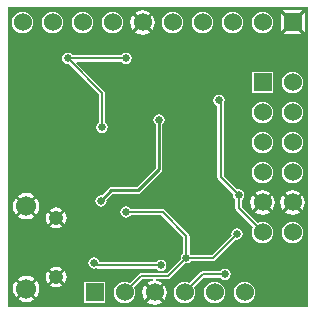
<source format=gbl>
G04*
G04 #@! TF.GenerationSoftware,Altium Limited,Altium Designer,20.1.10 (176)*
G04*
G04 Layer_Physical_Order=2*
G04 Layer_Color=16711680*
%FSLAX25Y25*%
%MOIN*%
G70*
G04*
G04 #@! TF.SameCoordinates,6E20D0A3-D42C-41D8-968C-EC961EFE1350*
G04*
G04*
G04 #@! TF.FilePolarity,Positive*
G04*
G01*
G75*
%ADD14C,0.00800*%
%ADD16C,0.01000*%
%ADD48C,0.06000*%
%ADD49R,0.06000X0.06000*%
%ADD50C,0.06693*%
%ADD51C,0.04921*%
%ADD52R,0.06000X0.06000*%
%ADD53C,0.02500*%
G36*
X100000Y0D02*
X0D01*
Y100000D01*
X100000D01*
Y0D01*
D02*
G37*
%LPC*%
G36*
X98293Y99000D02*
X91707D01*
X95000Y95707D01*
X98293Y99000D01*
D02*
G37*
G36*
X45000Y99035D02*
X43956Y98897D01*
X42983Y98494D01*
X42547Y98160D01*
X45000Y95707D01*
X47453Y98160D01*
X47017Y98494D01*
X46044Y98897D01*
X45000Y99035D01*
D02*
G37*
G36*
X41840Y97453D02*
X41506Y97017D01*
X41103Y96044D01*
X40966Y95000D01*
X41103Y93956D01*
X41506Y92983D01*
X41840Y92547D01*
X44293Y95000D01*
X41840Y97453D01*
D02*
G37*
G36*
X48160Y97453D02*
X45707Y95000D01*
X48160Y92547D01*
X48494Y92983D01*
X48897Y93956D01*
X49035Y95000D01*
X48897Y96044D01*
X48494Y97017D01*
X48160Y97453D01*
D02*
G37*
G36*
X91000Y98293D02*
Y91707D01*
X94293Y95000D01*
X91000Y98293D01*
D02*
G37*
G36*
X99000Y98293D02*
X95707Y95000D01*
X99000Y91707D01*
Y98293D01*
D02*
G37*
G36*
X85000Y98631D02*
X84060Y98507D01*
X83184Y98145D01*
X82432Y97568D01*
X81855Y96816D01*
X81493Y95940D01*
X81369Y95000D01*
X81493Y94060D01*
X81855Y93185D01*
X82432Y92432D01*
X83184Y91855D01*
X84060Y91493D01*
X85000Y91369D01*
X85940Y91493D01*
X86816Y91855D01*
X87568Y92432D01*
X88145Y93185D01*
X88507Y94060D01*
X88631Y95000D01*
X88507Y95940D01*
X88145Y96816D01*
X87568Y97568D01*
X86816Y98145D01*
X85940Y98507D01*
X85000Y98631D01*
D02*
G37*
G36*
X75000D02*
X74060Y98507D01*
X73185Y98145D01*
X72432Y97568D01*
X71855Y96816D01*
X71493Y95940D01*
X71369Y95000D01*
X71493Y94060D01*
X71855Y93185D01*
X72432Y92432D01*
X73185Y91855D01*
X74060Y91493D01*
X75000Y91369D01*
X75940Y91493D01*
X76815Y91855D01*
X77568Y92432D01*
X78145Y93185D01*
X78507Y94060D01*
X78631Y95000D01*
X78507Y95940D01*
X78145Y96816D01*
X77568Y97568D01*
X76815Y98145D01*
X75940Y98507D01*
X75000Y98631D01*
D02*
G37*
G36*
X65000D02*
X64060Y98507D01*
X63184Y98145D01*
X62432Y97568D01*
X61855Y96816D01*
X61493Y95940D01*
X61369Y95000D01*
X61493Y94060D01*
X61855Y93185D01*
X62432Y92432D01*
X63184Y91855D01*
X64060Y91493D01*
X65000Y91369D01*
X65940Y91493D01*
X66816Y91855D01*
X67568Y92432D01*
X68145Y93185D01*
X68507Y94060D01*
X68631Y95000D01*
X68507Y95940D01*
X68145Y96816D01*
X67568Y97568D01*
X66816Y98145D01*
X65940Y98507D01*
X65000Y98631D01*
D02*
G37*
G36*
X55000D02*
X54060Y98507D01*
X53184Y98145D01*
X52432Y97568D01*
X51855Y96816D01*
X51493Y95940D01*
X51369Y95000D01*
X51493Y94060D01*
X51855Y93185D01*
X52432Y92432D01*
X53184Y91855D01*
X54060Y91493D01*
X55000Y91369D01*
X55940Y91493D01*
X56815Y91855D01*
X57568Y92432D01*
X58145Y93185D01*
X58507Y94060D01*
X58631Y95000D01*
X58507Y95940D01*
X58145Y96816D01*
X57568Y97568D01*
X56815Y98145D01*
X55940Y98507D01*
X55000Y98631D01*
D02*
G37*
G36*
X35000D02*
X34060Y98507D01*
X33184Y98145D01*
X32432Y97568D01*
X31855Y96816D01*
X31493Y95940D01*
X31369Y95000D01*
X31493Y94060D01*
X31855Y93185D01*
X32432Y92432D01*
X33184Y91855D01*
X34060Y91493D01*
X35000Y91369D01*
X35940Y91493D01*
X36816Y91855D01*
X37567Y92432D01*
X38145Y93185D01*
X38507Y94060D01*
X38631Y95000D01*
X38507Y95940D01*
X38145Y96816D01*
X37567Y97568D01*
X36816Y98145D01*
X35940Y98507D01*
X35000Y98631D01*
D02*
G37*
G36*
X25000D02*
X24060Y98507D01*
X23185Y98145D01*
X22433Y97568D01*
X21855Y96816D01*
X21493Y95940D01*
X21369Y95000D01*
X21493Y94060D01*
X21855Y93185D01*
X22433Y92432D01*
X23185Y91855D01*
X24060Y91493D01*
X25000Y91369D01*
X25940Y91493D01*
X26816Y91855D01*
X27567Y92432D01*
X28145Y93185D01*
X28507Y94060D01*
X28631Y95000D01*
X28507Y95940D01*
X28145Y96816D01*
X27567Y97568D01*
X26816Y98145D01*
X25940Y98507D01*
X25000Y98631D01*
D02*
G37*
G36*
X15000D02*
X14060Y98507D01*
X13184Y98145D01*
X12432Y97568D01*
X11855Y96816D01*
X11493Y95940D01*
X11369Y95000D01*
X11493Y94060D01*
X11855Y93185D01*
X12432Y92432D01*
X13184Y91855D01*
X14060Y91493D01*
X15000Y91369D01*
X15940Y91493D01*
X16815Y91855D01*
X17568Y92432D01*
X18145Y93185D01*
X18507Y94060D01*
X18631Y95000D01*
X18507Y95940D01*
X18145Y96816D01*
X17568Y97568D01*
X16815Y98145D01*
X15940Y98507D01*
X15000Y98631D01*
D02*
G37*
G36*
X5000D02*
X4060Y98507D01*
X3184Y98145D01*
X2433Y97568D01*
X1855Y96816D01*
X1493Y95940D01*
X1369Y95000D01*
X1493Y94060D01*
X1855Y93185D01*
X2433Y92432D01*
X3184Y91855D01*
X4060Y91493D01*
X5000Y91369D01*
X5940Y91493D01*
X6815Y91855D01*
X7568Y92432D01*
X8145Y93185D01*
X8507Y94060D01*
X8631Y95000D01*
X8507Y95940D01*
X8145Y96816D01*
X7568Y97568D01*
X6815Y98145D01*
X5940Y98507D01*
X5000Y98631D01*
D02*
G37*
G36*
X95000Y94293D02*
X91707Y91000D01*
X98293D01*
X95000Y94293D01*
D02*
G37*
G36*
X45000D02*
X42547Y91840D01*
X42983Y91506D01*
X43956Y91103D01*
X45000Y90965D01*
X46044Y91103D01*
X47017Y91506D01*
X47453Y91840D01*
X45000Y94293D01*
D02*
G37*
G36*
X39500Y84886D02*
X38778Y84743D01*
X38166Y84334D01*
X37956Y84020D01*
X21544D01*
X21334Y84334D01*
X20722Y84743D01*
X20000Y84886D01*
X19278Y84743D01*
X18666Y84334D01*
X18257Y83722D01*
X18114Y83000D01*
X18257Y82278D01*
X18666Y81666D01*
X19278Y81257D01*
X20000Y81114D01*
X20371Y81187D01*
X30480Y71078D01*
Y61544D01*
X30166Y61334D01*
X29757Y60722D01*
X29614Y60000D01*
X29757Y59278D01*
X30166Y58666D01*
X30778Y58257D01*
X31500Y58114D01*
X32222Y58257D01*
X32834Y58666D01*
X33243Y59278D01*
X33386Y60000D01*
X33243Y60722D01*
X32834Y61334D01*
X32520Y61544D01*
Y71500D01*
X32442Y71890D01*
X32221Y72221D01*
X22923Y81519D01*
X23115Y81980D01*
X37956D01*
X38166Y81666D01*
X38778Y81257D01*
X39500Y81114D01*
X40222Y81257D01*
X40834Y81666D01*
X41243Y82278D01*
X41386Y83000D01*
X41243Y83722D01*
X40834Y84334D01*
X40222Y84743D01*
X39500Y84886D01*
D02*
G37*
G36*
X88600Y78600D02*
X81400D01*
Y71400D01*
X88600D01*
Y78600D01*
D02*
G37*
G36*
X95000Y78631D02*
X94060Y78507D01*
X93185Y78145D01*
X92432Y77568D01*
X91855Y76815D01*
X91493Y75940D01*
X91369Y75000D01*
X91493Y74060D01*
X91855Y73185D01*
X92432Y72432D01*
X93185Y71855D01*
X94060Y71493D01*
X95000Y71369D01*
X95940Y71493D01*
X96816Y71855D01*
X97568Y72432D01*
X98145Y73185D01*
X98507Y74060D01*
X98631Y75000D01*
X98507Y75940D01*
X98145Y76815D01*
X97568Y77568D01*
X96816Y78145D01*
X95940Y78507D01*
X95000Y78631D01*
D02*
G37*
G36*
Y68631D02*
X94060Y68507D01*
X93185Y68145D01*
X92432Y67568D01*
X91855Y66816D01*
X91493Y65940D01*
X91369Y65000D01*
X91493Y64060D01*
X91855Y63184D01*
X92432Y62432D01*
X93185Y61855D01*
X94060Y61493D01*
X95000Y61369D01*
X95940Y61493D01*
X96816Y61855D01*
X97568Y62432D01*
X98145Y63184D01*
X98507Y64060D01*
X98631Y65000D01*
X98507Y65940D01*
X98145Y66816D01*
X97568Y67568D01*
X96816Y68145D01*
X95940Y68507D01*
X95000Y68631D01*
D02*
G37*
G36*
X85000D02*
X84060Y68507D01*
X83184Y68145D01*
X82432Y67568D01*
X81855Y66816D01*
X81493Y65940D01*
X81369Y65000D01*
X81493Y64060D01*
X81855Y63184D01*
X82432Y62432D01*
X83184Y61855D01*
X84060Y61493D01*
X85000Y61369D01*
X85940Y61493D01*
X86816Y61855D01*
X87568Y62432D01*
X88145Y63184D01*
X88507Y64060D01*
X88631Y65000D01*
X88507Y65940D01*
X88145Y66816D01*
X87568Y67568D01*
X86816Y68145D01*
X85940Y68507D01*
X85000Y68631D01*
D02*
G37*
G36*
X95000Y58631D02*
X94060Y58507D01*
X93185Y58145D01*
X92432Y57568D01*
X91855Y56815D01*
X91493Y55940D01*
X91369Y55000D01*
X91493Y54060D01*
X91855Y53184D01*
X92432Y52432D01*
X93185Y51855D01*
X94060Y51493D01*
X95000Y51369D01*
X95940Y51493D01*
X96816Y51855D01*
X97568Y52432D01*
X98145Y53184D01*
X98507Y54060D01*
X98631Y55000D01*
X98507Y55940D01*
X98145Y56815D01*
X97568Y57568D01*
X96816Y58145D01*
X95940Y58507D01*
X95000Y58631D01*
D02*
G37*
G36*
X85000D02*
X84060Y58507D01*
X83184Y58145D01*
X82432Y57568D01*
X81855Y56815D01*
X81493Y55940D01*
X81369Y55000D01*
X81493Y54060D01*
X81855Y53184D01*
X82432Y52432D01*
X83184Y51855D01*
X84060Y51493D01*
X85000Y51369D01*
X85940Y51493D01*
X86816Y51855D01*
X87568Y52432D01*
X88145Y53184D01*
X88507Y54060D01*
X88631Y55000D01*
X88507Y55940D01*
X88145Y56815D01*
X87568Y57568D01*
X86816Y58145D01*
X85940Y58507D01*
X85000Y58631D01*
D02*
G37*
G36*
X95000Y48631D02*
X94060Y48507D01*
X93185Y48145D01*
X92432Y47567D01*
X91855Y46815D01*
X91493Y45940D01*
X91369Y45000D01*
X91493Y44060D01*
X91855Y43185D01*
X92432Y42432D01*
X93185Y41855D01*
X94060Y41493D01*
X95000Y41369D01*
X95940Y41493D01*
X96816Y41855D01*
X97568Y42432D01*
X98145Y43185D01*
X98507Y44060D01*
X98631Y45000D01*
X98507Y45940D01*
X98145Y46815D01*
X97568Y47567D01*
X96816Y48145D01*
X95940Y48507D01*
X95000Y48631D01*
D02*
G37*
G36*
X85000D02*
X84060Y48507D01*
X83184Y48145D01*
X82432Y47567D01*
X81855Y46815D01*
X81493Y45940D01*
X81369Y45000D01*
X81493Y44060D01*
X81855Y43185D01*
X82432Y42432D01*
X83184Y41855D01*
X84060Y41493D01*
X85000Y41369D01*
X85940Y41493D01*
X86816Y41855D01*
X87568Y42432D01*
X88145Y43185D01*
X88507Y44060D01*
X88631Y45000D01*
X88507Y45940D01*
X88145Y46815D01*
X87568Y47567D01*
X86816Y48145D01*
X85940Y48507D01*
X85000Y48631D01*
D02*
G37*
G36*
X50500Y64386D02*
X49778Y64243D01*
X49166Y63834D01*
X48757Y63222D01*
X48614Y62500D01*
X48757Y61778D01*
X49166Y61166D01*
X49378Y61024D01*
Y46465D01*
X43035Y40122D01*
X34654D01*
X34653Y40122D01*
X34224Y40036D01*
X33860Y39793D01*
X33860Y39793D01*
X31404Y37337D01*
X31154Y37386D01*
X30432Y37243D01*
X29820Y36834D01*
X29411Y36222D01*
X29267Y35500D01*
X29411Y34778D01*
X29820Y34166D01*
X30432Y33757D01*
X31154Y33614D01*
X31875Y33757D01*
X32487Y34166D01*
X32896Y34778D01*
X33040Y35500D01*
X32990Y35750D01*
X35118Y37878D01*
X43500D01*
X43500Y37878D01*
X43929Y37964D01*
X44293Y38207D01*
X51293Y45207D01*
X51293Y45207D01*
X51536Y45571D01*
X51622Y46000D01*
Y61024D01*
X51834Y61166D01*
X52243Y61778D01*
X52386Y62500D01*
X52243Y63222D01*
X51834Y63834D01*
X51222Y64243D01*
X50500Y64386D01*
D02*
G37*
G36*
X95000Y39035D02*
X93956Y38897D01*
X92983Y38494D01*
X92547Y38160D01*
X95000Y35707D01*
X97453Y38160D01*
X97017Y38494D01*
X96044Y38897D01*
X95000Y39035D01*
D02*
G37*
G36*
X85000D02*
X83956Y38897D01*
X82983Y38494D01*
X82547Y38160D01*
X85000Y35707D01*
X87453Y38160D01*
X87017Y38494D01*
X86044Y38897D01*
X85000Y39035D01*
D02*
G37*
G36*
X6209Y38164D02*
X5074Y38014D01*
X4017Y37576D01*
X3509Y37187D01*
X6209Y34487D01*
X8908Y37187D01*
X8401Y37576D01*
X7343Y38014D01*
X6209Y38164D01*
D02*
G37*
G36*
X91840Y37453D02*
X91506Y37017D01*
X91103Y36044D01*
X90965Y35000D01*
X91103Y33956D01*
X91506Y32983D01*
X91840Y32547D01*
X94293Y35000D01*
X91840Y37453D01*
D02*
G37*
G36*
X81840D02*
X81506Y37017D01*
X81103Y36044D01*
X80966Y35000D01*
X81103Y33956D01*
X81506Y32983D01*
X81840Y32547D01*
X84293Y35000D01*
X81840Y37453D01*
D02*
G37*
G36*
X98160Y37453D02*
X95707Y35000D01*
X98160Y32547D01*
X98494Y32983D01*
X98897Y33956D01*
X99035Y35000D01*
X98897Y36044D01*
X98494Y37017D01*
X98160Y37453D01*
D02*
G37*
G36*
X88160D02*
X85707Y35000D01*
X88160Y32547D01*
X88494Y32983D01*
X88897Y33956D01*
X89034Y35000D01*
X88897Y36044D01*
X88494Y37017D01*
X88160Y37453D01*
D02*
G37*
G36*
X9616Y36479D02*
X6916Y33779D01*
X9616Y31080D01*
X10005Y31587D01*
X10443Y32645D01*
X10593Y33779D01*
X10443Y34914D01*
X10005Y35972D01*
X9616Y36479D01*
D02*
G37*
G36*
X2802Y36479D02*
X2412Y35972D01*
X1974Y34914D01*
X1825Y33779D01*
X1974Y32645D01*
X2412Y31587D01*
X2802Y31080D01*
X5502Y33779D01*
X2802Y36479D01*
D02*
G37*
G36*
X95000Y34293D02*
X92547Y31840D01*
X92983Y31506D01*
X93956Y31103D01*
X95000Y30966D01*
X96044Y31103D01*
X97017Y31506D01*
X97453Y31840D01*
X95000Y34293D01*
D02*
G37*
G36*
X85000D02*
X82547Y31840D01*
X82983Y31506D01*
X83956Y31103D01*
X85000Y30966D01*
X86044Y31103D01*
X87017Y31506D01*
X87453Y31840D01*
X85000Y34293D01*
D02*
G37*
G36*
X16248Y33333D02*
X15345Y33214D01*
X14503Y32865D01*
X14180Y32618D01*
X16248Y30550D01*
X18316Y32618D01*
X17993Y32865D01*
X17151Y33214D01*
X16248Y33333D01*
D02*
G37*
G36*
X6209Y33072D02*
X3509Y30373D01*
X4017Y29983D01*
X5074Y29545D01*
X6209Y29396D01*
X7343Y29545D01*
X8401Y29983D01*
X8908Y30373D01*
X6209Y33072D01*
D02*
G37*
G36*
X19023Y31911D02*
X16955Y29842D01*
X19023Y27775D01*
X19271Y28097D01*
X19620Y28939D01*
X19738Y29842D01*
X19620Y30746D01*
X19271Y31588D01*
X19023Y31911D01*
D02*
G37*
G36*
X13473D02*
X13225Y31588D01*
X12877Y30746D01*
X12757Y29842D01*
X12877Y28939D01*
X13225Y28097D01*
X13473Y27775D01*
X15541Y29842D01*
X13473Y31911D01*
D02*
G37*
G36*
X16248Y29135D02*
X14180Y27067D01*
X14503Y26820D01*
X15345Y26471D01*
X16248Y26352D01*
X17151Y26471D01*
X17993Y26820D01*
X18316Y27067D01*
X16248Y29135D01*
D02*
G37*
G36*
X39500Y33712D02*
X38778Y33568D01*
X38166Y33159D01*
X37757Y32547D01*
X37614Y31825D01*
X37757Y31104D01*
X38166Y30492D01*
X38778Y30083D01*
X39500Y29939D01*
X40222Y30083D01*
X40834Y30492D01*
X41044Y30806D01*
X51252D01*
X58630Y23428D01*
Y18193D01*
X58316Y17983D01*
X57907Y17371D01*
X57763Y16650D01*
X57837Y16279D01*
X53078Y11520D01*
X44500D01*
X44110Y11442D01*
X43779Y11221D01*
X40736Y8178D01*
X39940Y8507D01*
X39000Y8631D01*
X38060Y8507D01*
X37185Y8145D01*
X36432Y7568D01*
X35855Y6815D01*
X35493Y5940D01*
X35369Y5000D01*
X35493Y4060D01*
X35855Y3184D01*
X36432Y2433D01*
X37185Y1855D01*
X38060Y1493D01*
X39000Y1369D01*
X39940Y1493D01*
X40815Y1855D01*
X41568Y2433D01*
X42145Y3184D01*
X42507Y4060D01*
X42631Y5000D01*
X42507Y5940D01*
X42178Y6736D01*
X44922Y9480D01*
X48556D01*
X48589Y8980D01*
X47956Y8897D01*
X46983Y8494D01*
X46547Y8160D01*
X49000Y5707D01*
X51453Y8160D01*
X51017Y8494D01*
X50044Y8897D01*
X49411Y8980D01*
X49444Y9480D01*
X53500D01*
X53890Y9558D01*
X54221Y9779D01*
X59279Y14837D01*
X59650Y14763D01*
X60371Y14907D01*
X60983Y15316D01*
X61143Y15555D01*
X68575D01*
X68965Y15633D01*
X69296Y15854D01*
X76129Y22688D01*
X76500Y22614D01*
X77222Y22757D01*
X77834Y23166D01*
X78243Y23778D01*
X78386Y24500D01*
X78243Y25222D01*
X77834Y25834D01*
X77222Y26243D01*
X76500Y26386D01*
X75778Y26243D01*
X75166Y25834D01*
X74757Y25222D01*
X74614Y24500D01*
X74687Y24129D01*
X68152Y17594D01*
X61243D01*
X60983Y17983D01*
X60669Y18193D01*
Y23850D01*
X60592Y24241D01*
X60371Y24571D01*
X52396Y32546D01*
X52065Y32767D01*
X51675Y32845D01*
X41044D01*
X40834Y33159D01*
X40222Y33568D01*
X39500Y33712D01*
D02*
G37*
G36*
X95000Y28631D02*
X94060Y28507D01*
X93185Y28145D01*
X92432Y27567D01*
X91855Y26816D01*
X91493Y25940D01*
X91369Y25000D01*
X91493Y24060D01*
X91855Y23185D01*
X92432Y22433D01*
X93185Y21855D01*
X94060Y21493D01*
X95000Y21369D01*
X95940Y21493D01*
X96816Y21855D01*
X97568Y22433D01*
X98145Y23185D01*
X98507Y24060D01*
X98631Y25000D01*
X98507Y25940D01*
X98145Y26816D01*
X97568Y27567D01*
X96816Y28145D01*
X95940Y28507D01*
X95000Y28631D01*
D02*
G37*
G36*
X70500Y70886D02*
X69778Y70743D01*
X69166Y70334D01*
X68757Y69722D01*
X68614Y69000D01*
X68757Y68278D01*
X69166Y67666D01*
X69778Y67257D01*
X69980Y67217D01*
Y43500D01*
X70058Y43110D01*
X70279Y42779D01*
X75187Y37871D01*
X75114Y37500D01*
X75257Y36778D01*
X75666Y36166D01*
X75980Y35956D01*
Y33000D01*
X76058Y32610D01*
X76279Y32279D01*
X81822Y26736D01*
X81493Y25940D01*
X81369Y25000D01*
X81493Y24060D01*
X81855Y23185D01*
X82432Y22433D01*
X83184Y21855D01*
X84060Y21493D01*
X85000Y21369D01*
X85940Y21493D01*
X86816Y21855D01*
X87568Y22433D01*
X88145Y23185D01*
X88507Y24060D01*
X88631Y25000D01*
X88507Y25940D01*
X88145Y26816D01*
X87568Y27567D01*
X86816Y28145D01*
X85940Y28507D01*
X85000Y28631D01*
X84060Y28507D01*
X83264Y28178D01*
X78020Y33422D01*
Y35956D01*
X78334Y36166D01*
X78743Y36778D01*
X78886Y37500D01*
X78743Y38222D01*
X78334Y38834D01*
X77722Y39243D01*
X77000Y39386D01*
X76629Y39312D01*
X72020Y43922D01*
Y67944D01*
X72243Y68278D01*
X72386Y69000D01*
X72243Y69722D01*
X71834Y70334D01*
X71222Y70743D01*
X70500Y70886D01*
D02*
G37*
G36*
X28850Y16737D02*
X28129Y16593D01*
X27517Y16184D01*
X27108Y15572D01*
X26964Y14850D01*
X27108Y14129D01*
X27517Y13517D01*
X28129Y13108D01*
X28850Y12964D01*
X29572Y13108D01*
X29634Y13149D01*
X29771Y13058D01*
X30161Y12980D01*
X49456D01*
X49666Y12666D01*
X50278Y12257D01*
X51000Y12114D01*
X51722Y12257D01*
X52334Y12666D01*
X52743Y13278D01*
X52886Y14000D01*
X52743Y14722D01*
X52334Y15334D01*
X51722Y15743D01*
X51000Y15886D01*
X50278Y15743D01*
X49666Y15334D01*
X49456Y15020D01*
X30703D01*
X30593Y15572D01*
X30184Y16184D01*
X29572Y16593D01*
X28850Y16737D01*
D02*
G37*
G36*
X16248Y13648D02*
X15345Y13529D01*
X14503Y13180D01*
X14180Y12933D01*
X16248Y10865D01*
X18316Y12933D01*
X17993Y13180D01*
X17151Y13529D01*
X16248Y13648D01*
D02*
G37*
G36*
X72500Y12886D02*
X71778Y12743D01*
X71166Y12334D01*
X70956Y12020D01*
X65000D01*
X64610Y11942D01*
X64279Y11721D01*
X60736Y8178D01*
X59940Y8507D01*
X59000Y8631D01*
X58060Y8507D01*
X57184Y8145D01*
X56432Y7568D01*
X55855Y6815D01*
X55493Y5940D01*
X55369Y5000D01*
X55493Y4060D01*
X55855Y3184D01*
X56432Y2433D01*
X57184Y1855D01*
X58060Y1493D01*
X59000Y1369D01*
X59940Y1493D01*
X60816Y1855D01*
X61568Y2433D01*
X62145Y3184D01*
X62507Y4060D01*
X62631Y5000D01*
X62507Y5940D01*
X62178Y6736D01*
X65422Y9980D01*
X70956D01*
X71166Y9666D01*
X71778Y9257D01*
X72500Y9114D01*
X73222Y9257D01*
X73834Y9666D01*
X74243Y10278D01*
X74386Y11000D01*
X74243Y11722D01*
X73834Y12334D01*
X73222Y12743D01*
X72500Y12886D01*
D02*
G37*
G36*
X19023Y12225D02*
X16955Y10158D01*
X19023Y8089D01*
X19271Y8412D01*
X19620Y9254D01*
X19738Y10158D01*
X19620Y11061D01*
X19271Y11903D01*
X19023Y12225D01*
D02*
G37*
G36*
X13473D02*
X13225Y11903D01*
X12877Y11061D01*
X12757Y10158D01*
X12877Y9254D01*
X13225Y8412D01*
X13473Y8089D01*
X15541Y10158D01*
X13473Y12225D01*
D02*
G37*
G36*
X6209Y10604D02*
X5074Y10455D01*
X4017Y10017D01*
X3509Y9627D01*
X6209Y6928D01*
X8908Y9627D01*
X8401Y10017D01*
X7343Y10455D01*
X6209Y10604D01*
D02*
G37*
G36*
X16248Y9450D02*
X14180Y7382D01*
X14503Y7135D01*
X15345Y6786D01*
X16248Y6667D01*
X17151Y6786D01*
X17993Y7135D01*
X18316Y7382D01*
X16248Y9450D01*
D02*
G37*
G36*
X9616Y8920D02*
X6916Y6221D01*
X9616Y3521D01*
X10005Y4028D01*
X10443Y5086D01*
X10593Y6221D01*
X10443Y7355D01*
X10005Y8412D01*
X9616Y8920D01*
D02*
G37*
G36*
X2802Y8920D02*
X2412Y8412D01*
X1974Y7355D01*
X1825Y6221D01*
X1974Y5086D01*
X2412Y4028D01*
X2802Y3521D01*
X5502Y6221D01*
X2802Y8920D01*
D02*
G37*
G36*
X52160Y7453D02*
X49707Y5000D01*
X52160Y2547D01*
X52494Y2983D01*
X52897Y3956D01*
X53035Y5000D01*
X52897Y6044D01*
X52494Y7017D01*
X52160Y7453D01*
D02*
G37*
G36*
X45840Y7453D02*
X45506Y7017D01*
X45103Y6044D01*
X44965Y5000D01*
X45103Y3956D01*
X45506Y2983D01*
X45840Y2547D01*
X48293Y5000D01*
X45840Y7453D01*
D02*
G37*
G36*
X6209Y5513D02*
X3509Y2813D01*
X4017Y2424D01*
X5074Y1986D01*
X6209Y1836D01*
X7343Y1986D01*
X8401Y2424D01*
X8908Y2813D01*
X6209Y5513D01*
D02*
G37*
G36*
X32600Y8600D02*
X25400D01*
Y1400D01*
X32600D01*
Y8600D01*
D02*
G37*
G36*
X79000Y8631D02*
X78060Y8507D01*
X77184Y8145D01*
X76432Y7568D01*
X75855Y6815D01*
X75493Y5940D01*
X75369Y5000D01*
X75493Y4060D01*
X75855Y3184D01*
X76432Y2433D01*
X77184Y1855D01*
X78060Y1493D01*
X79000Y1369D01*
X79940Y1493D01*
X80816Y1855D01*
X81568Y2433D01*
X82145Y3184D01*
X82507Y4060D01*
X82631Y5000D01*
X82507Y5940D01*
X82145Y6815D01*
X81568Y7568D01*
X80816Y8145D01*
X79940Y8507D01*
X79000Y8631D01*
D02*
G37*
G36*
X69000D02*
X68060Y8507D01*
X67185Y8145D01*
X66432Y7568D01*
X65855Y6815D01*
X65493Y5940D01*
X65369Y5000D01*
X65493Y4060D01*
X65855Y3184D01*
X66432Y2433D01*
X67185Y1855D01*
X68060Y1493D01*
X69000Y1369D01*
X69940Y1493D01*
X70815Y1855D01*
X71568Y2433D01*
X72145Y3184D01*
X72507Y4060D01*
X72631Y5000D01*
X72507Y5940D01*
X72145Y6815D01*
X71568Y7568D01*
X70815Y8145D01*
X69940Y8507D01*
X69000Y8631D01*
D02*
G37*
G36*
X49000Y4293D02*
X46547Y1840D01*
X46983Y1506D01*
X47956Y1103D01*
X49000Y965D01*
X50044Y1103D01*
X51017Y1506D01*
X51453Y1840D01*
X49000Y4293D01*
D02*
G37*
%LPD*%
D14*
X68575Y16575D02*
X76500Y24500D01*
X59874Y16575D02*
X68575D01*
X59799Y16500D02*
X59874Y16575D01*
X59650Y16650D02*
X59799Y16500D01*
X77000Y33000D02*
Y37500D01*
Y33000D02*
X85000Y25000D01*
X71000Y43500D02*
Y68500D01*
Y43500D02*
X77000Y37500D01*
X70500Y69000D02*
X71000Y68500D01*
X59650Y16650D02*
Y23850D01*
X51675Y31825D02*
X59650Y23850D01*
X39500Y31825D02*
X51675D01*
X20000Y83000D02*
X39500D01*
X31500Y60000D02*
Y71500D01*
X20000Y83000D02*
X31500Y71500D01*
X53500Y10500D02*
X59650Y16650D01*
X44500Y10500D02*
X53500D01*
X39000Y5000D02*
X44500Y10500D01*
X30161Y14000D02*
X51000D01*
X29310Y14850D02*
X30161Y14000D01*
X28850Y14850D02*
X29310D01*
X59000Y5000D02*
X65000Y11000D01*
X72500D01*
D16*
X31154Y35500D02*
X34653Y39000D01*
X43500D02*
X50500Y46000D01*
X34653Y39000D02*
X43500D01*
X50500Y46000D02*
Y62500D01*
D48*
X85000Y25000D02*
D03*
X95000D02*
D03*
X85000Y35000D02*
D03*
Y45000D02*
D03*
Y65000D02*
D03*
Y55000D02*
D03*
X95000D02*
D03*
Y65000D02*
D03*
Y75000D02*
D03*
Y45000D02*
D03*
Y35000D02*
D03*
X5000Y95000D02*
D03*
X15000D02*
D03*
X25000D02*
D03*
X35000D02*
D03*
X45000D02*
D03*
X55000D02*
D03*
X65000D02*
D03*
X85000D02*
D03*
X75000D02*
D03*
X49000Y5000D02*
D03*
X39000D02*
D03*
X59000D02*
D03*
X69000D02*
D03*
X79000D02*
D03*
D49*
X85000Y75000D02*
D03*
D50*
X6209Y6221D02*
D03*
Y33779D02*
D03*
D51*
X16248Y29842D02*
D03*
Y10158D02*
D03*
D52*
X95000Y95000D02*
D03*
X29000Y5000D02*
D03*
D53*
X85000Y3000D02*
D03*
X76500Y24500D02*
D03*
X66500Y65500D02*
D03*
X16500Y62500D02*
D03*
X77000Y37500D02*
D03*
X70500Y69000D02*
D03*
X39500Y31825D02*
D03*
Y83000D02*
D03*
X59650Y16650D02*
D03*
X49850Y25000D02*
D03*
X4937Y71063D02*
D03*
X47000Y66500D02*
D03*
X20000Y83000D02*
D03*
X31500Y60000D02*
D03*
X76000Y48500D02*
D03*
X31154Y35500D02*
D03*
X9000Y57500D02*
D03*
X3500D02*
D03*
X50500Y62500D02*
D03*
X28850Y14850D02*
D03*
X51000Y14000D02*
D03*
X72500Y11000D02*
D03*
X32724Y45276D02*
D03*
M02*

</source>
